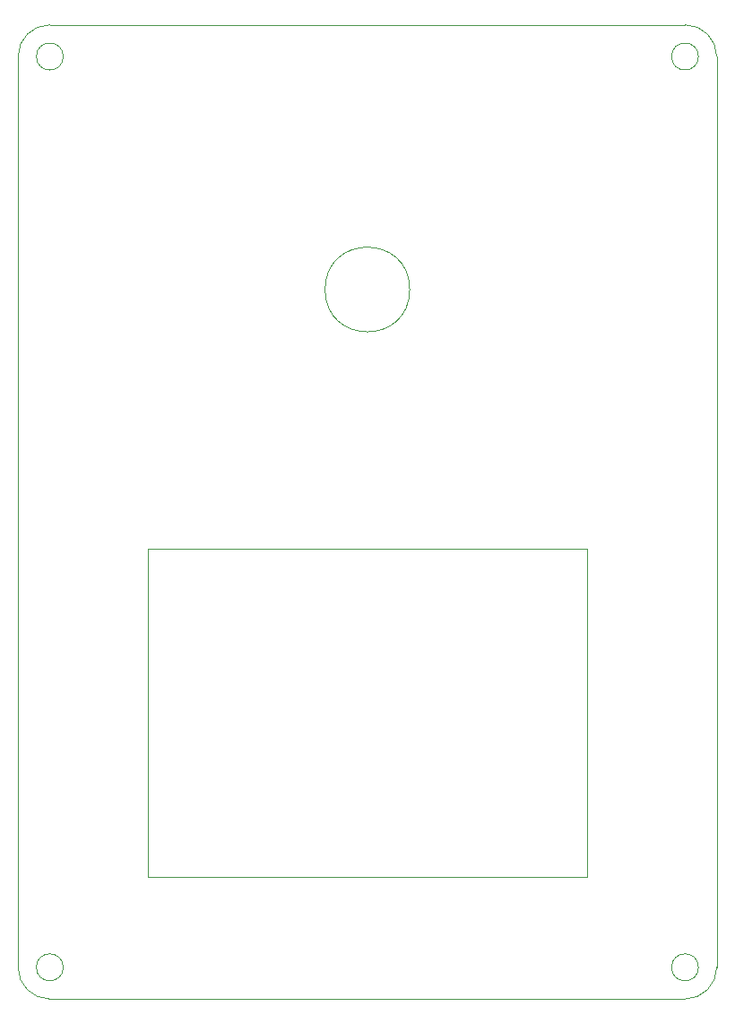
<source format=gbr>
%TF.GenerationSoftware,KiCad,Pcbnew,7.0.7*%
%TF.CreationDate,2024-03-29T21:44:02-04:00*%
%TF.ProjectId,midi-controller_control-faceplate_teensy,6d696469-2d63-46f6-9e74-726f6c6c6572,rev?*%
%TF.SameCoordinates,Original*%
%TF.FileFunction,Profile,NP*%
%FSLAX46Y46*%
G04 Gerber Fmt 4.6, Leading zero omitted, Abs format (unit mm)*
G04 Created by KiCad (PCBNEW 7.0.7) date 2024-03-29 21:44:02*
%MOMM*%
%LPD*%
G01*
G04 APERTURE LIST*
%TA.AperFunction,Profile*%
%ADD10C,0.100000*%
%TD*%
G04 APERTURE END LIST*
D10*
X107750000Y-92863200D02*
G75*
G03*
X104750000Y-95863202I0J-3000000D01*
G01*
X169020000Y-95863202D02*
G75*
G03*
X169020000Y-95863202I-1270000J0D01*
G01*
X107750000Y-184863201D02*
X167750000Y-184863201D01*
X169020000Y-181863201D02*
G75*
G03*
X169020000Y-181863201I-1270000J0D01*
G01*
X167750000Y-184863200D02*
G75*
G03*
X170750000Y-181863201I0J3000000D01*
G01*
X109020000Y-95863202D02*
G75*
G03*
X109020000Y-95863202I-1270000J0D01*
G01*
X141750000Y-117863202D02*
G75*
G03*
X141750000Y-117863202I-4000000J0D01*
G01*
X107750000Y-92863202D02*
X167750000Y-92863202D01*
X117000000Y-142363202D02*
X158500000Y-142363202D01*
X158500000Y-173363202D01*
X117000000Y-173363202D01*
X117000000Y-142363202D01*
X170750000Y-181863201D02*
X170750000Y-95863202D01*
X170749998Y-95863202D02*
G75*
G03*
X167750000Y-92863202I-2999998J2D01*
G01*
X104750000Y-95863202D02*
X104750000Y-181863201D01*
X104749999Y-181863201D02*
G75*
G03*
X107750000Y-184863201I3000001J1D01*
G01*
X109020000Y-181863201D02*
G75*
G03*
X109020000Y-181863201I-1270000J0D01*
G01*
M02*

</source>
